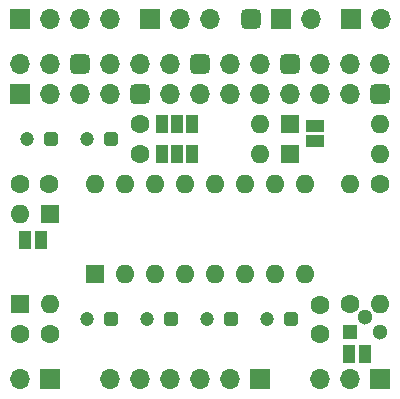
<source format=gbr>
%TF.GenerationSoftware,KiCad,Pcbnew,(6.0.9)*%
%TF.CreationDate,2023-02-09T17:54:21+01:00*%
%TF.ProjectId,piTelex_V10_1.0.0,70695465-6c65-4785-9f56-31305f312e30,1.0.0 -JK-*%
%TF.SameCoordinates,Original*%
%TF.FileFunction,Soldermask,Bot*%
%TF.FilePolarity,Negative*%
%FSLAX46Y46*%
G04 Gerber Fmt 4.6, Leading zero omitted, Abs format (unit mm)*
G04 Created by KiCad (PCBNEW (6.0.9)) date 2023-02-09 17:54:21*
%MOMM*%
%LPD*%
G01*
G04 APERTURE LIST*
G04 Aperture macros list*
%AMRoundRect*
0 Rectangle with rounded corners*
0 $1 Rounding radius*
0 $2 $3 $4 $5 $6 $7 $8 $9 X,Y pos of 4 corners*
0 Add a 4 corners polygon primitive as box body*
4,1,4,$2,$3,$4,$5,$6,$7,$8,$9,$2,$3,0*
0 Add four circle primitives for the rounded corners*
1,1,$1+$1,$2,$3*
1,1,$1+$1,$4,$5*
1,1,$1+$1,$6,$7*
1,1,$1+$1,$8,$9*
0 Add four rect primitives between the rounded corners*
20,1,$1+$1,$2,$3,$4,$5,0*
20,1,$1+$1,$4,$5,$6,$7,0*
20,1,$1+$1,$6,$7,$8,$9,0*
20,1,$1+$1,$8,$9,$2,$3,0*%
G04 Aperture macros list end*
%ADD10C,1.600000*%
%ADD11O,1.600000X1.600000*%
%ADD12R,1.600000X1.600000*%
%ADD13R,1.700000X1.700000*%
%ADD14O,1.700000X1.700000*%
%ADD15C,1.200000*%
%ADD16RoundRect,0.300000X-0.300000X-0.300000X0.300000X-0.300000X0.300000X0.300000X-0.300000X0.300000X0*%
%ADD17RoundRect,0.425000X0.425000X-0.425000X0.425000X0.425000X-0.425000X0.425000X-0.425000X-0.425000X0*%
%ADD18R,1.300000X1.300000*%
%ADD19C,1.300000*%
%ADD20RoundRect,0.425000X-0.425000X0.425000X-0.425000X-0.425000X0.425000X-0.425000X0.425000X0.425000X0*%
%ADD21R,1.000000X1.500000*%
%ADD22R,1.500000X1.000000*%
G04 APERTURE END LIST*
D10*
%TO.C,R2*%
X94920000Y-79680000D03*
D11*
X105080000Y-79680000D03*
%TD*%
D10*
%TO.C,C8*%
X87300000Y-94920000D03*
X84800000Y-94920000D03*
%TD*%
D12*
%TO.C,D4*%
X107620000Y-79680000D03*
D11*
X115240000Y-79680000D03*
%TD*%
D10*
%TO.C,C7*%
X87280000Y-82220000D03*
X84780000Y-82220000D03*
%TD*%
%TO.C,R1*%
X94920000Y-77140000D03*
D11*
X105080000Y-77140000D03*
%TD*%
D13*
%TO.C,J2*%
X95809000Y-68250000D03*
D14*
X98349000Y-68250000D03*
X100889000Y-68250000D03*
%TD*%
D15*
%TO.C,C6*%
X105715000Y-93650000D03*
D16*
X107715000Y-93650000D03*
%TD*%
D10*
%TO.C,R4*%
X115240000Y-82220000D03*
D11*
X115240000Y-92380000D03*
%TD*%
D15*
%TO.C,C4*%
X95555000Y-93650000D03*
D16*
X97555000Y-93650000D03*
%TD*%
D17*
%TO.C,J3*%
X104318000Y-68250000D03*
D13*
X106858000Y-68250000D03*
D14*
X109398000Y-68250000D03*
%TD*%
D18*
%TO.C,Q1*%
X112700000Y-94735000D03*
D19*
X113980000Y-93465000D03*
X115240000Y-94735000D03*
%TD*%
D13*
%TO.C,J7*%
X115240000Y-98730000D03*
D14*
X112700000Y-98730000D03*
X110160000Y-98730000D03*
%TD*%
D13*
%TO.C,J1*%
X84760000Y-68250000D03*
D14*
X87300000Y-68250000D03*
X89840000Y-68250000D03*
X92380000Y-68250000D03*
%TD*%
D13*
%TO.C,J5*%
X87300000Y-98730000D03*
D14*
X84760000Y-98730000D03*
%TD*%
D15*
%TO.C,C1*%
X85395000Y-78410000D03*
D16*
X87395000Y-78410000D03*
%TD*%
D12*
%TO.C,D2*%
X87300000Y-84760000D03*
D11*
X87300000Y-92380000D03*
%TD*%
D15*
%TO.C,C5*%
X100635000Y-93650000D03*
D16*
X102635000Y-93650000D03*
%TD*%
D15*
%TO.C,C3*%
X90475000Y-93650000D03*
D16*
X92475000Y-93650000D03*
%TD*%
D13*
%TO.C,J4*%
X112822000Y-68250000D03*
D14*
X115362000Y-68250000D03*
%TD*%
D10*
%TO.C,C9*%
X110160000Y-94920000D03*
X110160000Y-92420000D03*
%TD*%
D13*
%TO.C,J6*%
X105080000Y-98730000D03*
D14*
X102540000Y-98730000D03*
X100000000Y-98730000D03*
X97460000Y-98730000D03*
X94920000Y-98730000D03*
X92380000Y-98730000D03*
%TD*%
D12*
%TO.C,D3*%
X107620000Y-77140000D03*
D11*
X115240000Y-77140000D03*
%TD*%
D10*
%TO.C,R3*%
X112700000Y-92380000D03*
D11*
X112700000Y-82220000D03*
%TD*%
D15*
%TO.C,C2*%
X90475000Y-78410000D03*
D16*
X92475000Y-78410000D03*
%TD*%
D12*
%TO.C,D1*%
X84760000Y-92380000D03*
D11*
X84760000Y-84760000D03*
%TD*%
D12*
%TO.C,U1*%
X91110000Y-89840000D03*
D11*
X93650000Y-89840000D03*
X96190000Y-89840000D03*
X98730000Y-89840000D03*
X101270000Y-89840000D03*
X103810000Y-89840000D03*
X106350000Y-89840000D03*
X108890000Y-89840000D03*
X108890000Y-82220000D03*
X106350000Y-82220000D03*
X103810000Y-82220000D03*
X101270000Y-82220000D03*
X98730000Y-82220000D03*
X96190000Y-82220000D03*
X93650000Y-82220000D03*
X91110000Y-82220000D03*
%TD*%
D13*
%TO.C,J8*%
X84760000Y-74600000D03*
D14*
X84760000Y-72060000D03*
X87300000Y-74600000D03*
X87300000Y-72060000D03*
X89840000Y-74600000D03*
D20*
X89840000Y-72060000D03*
D14*
X92380000Y-74600000D03*
X92380000Y-72060000D03*
D20*
X94920000Y-74600000D03*
D14*
X94920000Y-72060000D03*
X97460000Y-74600000D03*
X97460000Y-72060000D03*
X100000000Y-74600000D03*
D20*
X100000000Y-72060000D03*
D14*
X102540000Y-74600000D03*
X102540000Y-72060000D03*
X105080000Y-74600000D03*
X105080000Y-72060000D03*
X107620000Y-74600000D03*
D20*
X107620000Y-72060000D03*
D14*
X110160000Y-74600000D03*
X110160000Y-72060000D03*
X112700000Y-74600000D03*
X112700000Y-72060000D03*
D20*
X115240000Y-74600000D03*
D14*
X115240000Y-72060000D03*
%TD*%
D21*
%TO.C,JP3*%
X96795000Y-79680000D03*
X98095000Y-79680000D03*
X99395000Y-79680000D03*
%TD*%
%TO.C,JP1*%
X96795000Y-77140000D03*
X98095000Y-77140000D03*
X99395000Y-77140000D03*
%TD*%
%TO.C,JP5*%
X113985000Y-96571000D03*
X112685000Y-96571000D03*
%TD*%
%TO.C,JP4*%
X85253000Y-86919000D03*
X86553000Y-86919000D03*
%TD*%
D22*
%TO.C,JP2*%
X109779000Y-77252000D03*
X109779000Y-78552000D03*
%TD*%
M02*

</source>
